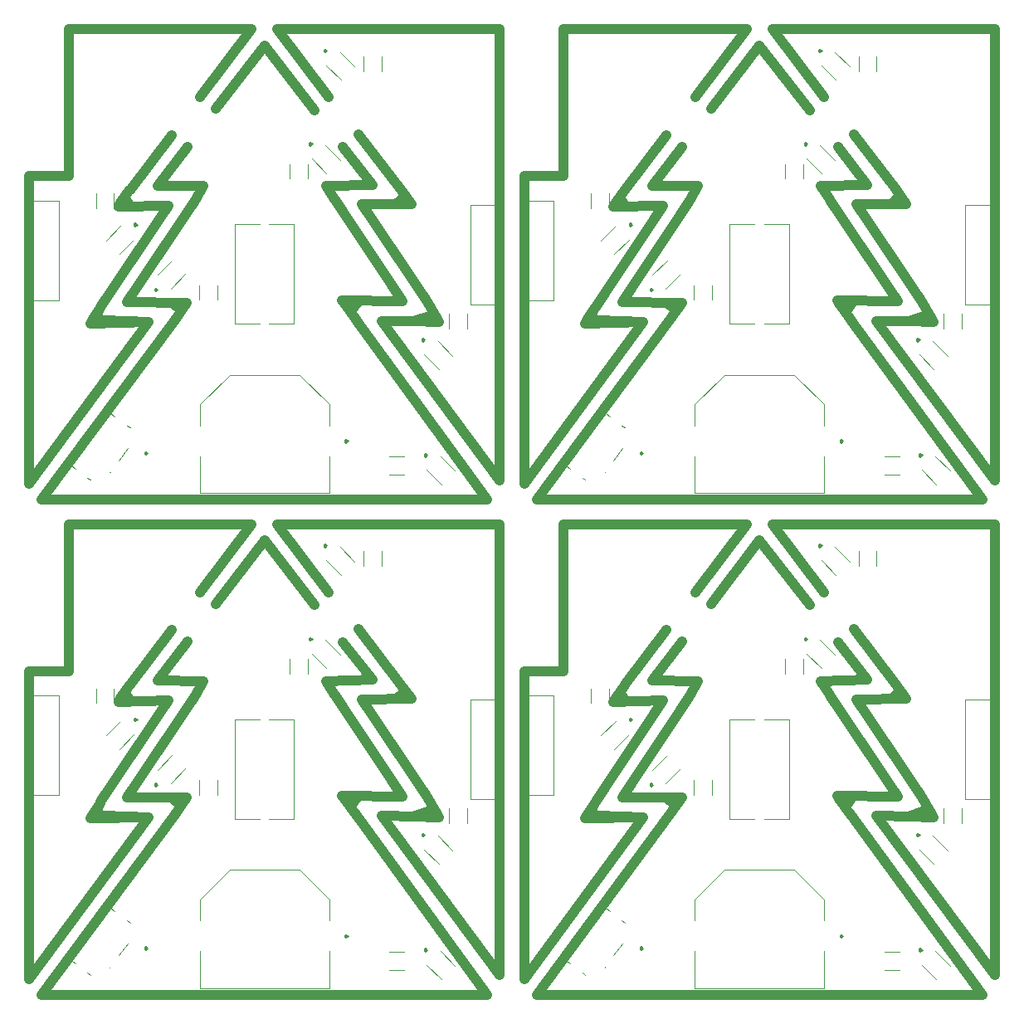
<source format=gto>
G04*
G04 #@! TF.GenerationSoftware,Altium Limited,Altium Designer,23.1.1 (15)*
G04*
G04 Layer_Color=65535*
%FSLAX25Y25*%
%MOIN*%
G70*
G04*
G04 #@! TF.SameCoordinates,F91F9CD3-C7A0-4A43-B12F-26B318A194AE*
G04*
G04*
G04 #@! TF.FilePolarity,Positive*
G04*
G01*
G75*
%ADD19C,0.00000*%
%ADD25C,0.00984*%
%ADD26C,0.03937*%
D19*
X168484Y138358D02*
X180433Y150118D01*
X208543D02*
X220492Y138358D01*
Y129823D02*
Y138358D01*
X180433Y150118D02*
X208543D01*
X168484Y102598D02*
X220492D01*
Y117421D01*
X168484Y129823D02*
Y138358D01*
Y102598D02*
Y117421D01*
X135907Y115747D02*
X139580Y120621D01*
X132353Y111031D02*
X132472Y111188D01*
X115138Y115007D02*
X118471Y112495D01*
X123344Y108823D02*
X124539Y107922D01*
X115138Y115007D02*
X131012Y136073D01*
X134345Y133562D01*
X139219Y129889D02*
X140414Y128989D01*
X241535Y272244D02*
Y278150D01*
X234252Y272244D02*
Y278150D01*
X268504Y168898D02*
Y174803D01*
X275787Y168898D02*
Y174803D01*
X218915Y242419D02*
X224762Y236573D01*
X156878Y184914D02*
X162724Y190760D01*
X151449Y190342D02*
X157295Y196189D01*
X259717Y112020D02*
X265563Y106174D01*
X265145Y117448D02*
X270992Y111602D01*
X196394Y170709D02*
X206394D01*
Y210709D01*
X196394D02*
X206394D01*
X182583Y170709D02*
X192583D01*
X182583D02*
Y210709D01*
X192583D01*
X212008Y228937D02*
Y234842D01*
X204724Y228937D02*
Y234842D01*
X175532Y180345D02*
Y186250D01*
X168248Y180345D02*
Y186250D01*
X244685Y110039D02*
X250591D01*
X244685Y117323D02*
X250591D01*
X130780Y204122D02*
X136626Y209968D01*
X136208Y198693D02*
X142055Y204539D01*
X258703Y158309D02*
X264549Y152463D01*
X264132Y163738D02*
X269978Y157892D01*
X101906Y220236D02*
X111906D01*
Y180236D02*
Y220236D01*
X101906Y180236D02*
X111906D01*
X277071Y218583D02*
X287071D01*
X277071Y178583D02*
Y218583D01*
Y178583D02*
X287071D01*
X126772Y217126D02*
Y223031D01*
X134055Y217126D02*
Y223031D01*
X115748Y229921D02*
Y288976D01*
X100000Y229921D02*
X115748D01*
X219333Y274451D02*
X225179Y268605D01*
X224762Y279880D02*
X230608Y274033D01*
X213487Y236990D02*
X219333Y231144D01*
X367303Y138358D02*
X379252Y150118D01*
X407362D02*
X419311Y138358D01*
Y129823D02*
Y138358D01*
X379252Y150118D02*
X407362D01*
X367303Y102598D02*
X419311D01*
Y117421D01*
X367303Y129823D02*
Y138358D01*
Y102598D02*
Y117421D01*
X334726Y115747D02*
X338399Y120621D01*
X331172Y111031D02*
X331291Y111188D01*
X313957Y115007D02*
X317290Y112495D01*
X322163Y108823D02*
X323358Y107922D01*
X313957Y115007D02*
X329831Y136073D01*
X333164Y133562D01*
X338038Y129889D02*
X339233Y128989D01*
X440354Y272244D02*
Y278150D01*
X433071Y272244D02*
Y278150D01*
X467323Y168898D02*
Y174803D01*
X474606Y168898D02*
Y174803D01*
X417734Y242419D02*
X423580Y236573D01*
X355697Y184914D02*
X361543Y190760D01*
X350268Y190342D02*
X356114Y196189D01*
X458536Y112020D02*
X464382Y106174D01*
X463964Y117448D02*
X469811Y111602D01*
X395213Y170709D02*
X405213D01*
Y210709D01*
X395213D02*
X405213D01*
X381402Y170709D02*
X391402D01*
X381402D02*
Y210709D01*
X391402D01*
X410827Y228937D02*
Y234842D01*
X403543Y228937D02*
Y234842D01*
X374351Y180345D02*
Y186250D01*
X367067Y180345D02*
Y186250D01*
X443504Y110039D02*
X449409D01*
X443504Y117323D02*
X449409D01*
X329599Y204122D02*
X335445Y209968D01*
X335027Y198693D02*
X340874Y204539D01*
X457522Y158309D02*
X463368Y152463D01*
X462951Y163738D02*
X468797Y157892D01*
X300724Y220236D02*
X310724D01*
Y180236D02*
Y220236D01*
X300724Y180236D02*
X310724D01*
X475890Y218583D02*
X485890D01*
X475890Y178583D02*
Y218583D01*
Y178583D02*
X485890D01*
X325590Y217126D02*
Y223031D01*
X332874Y217126D02*
Y223031D01*
X314567Y229921D02*
Y288976D01*
X298819Y229921D02*
X314567D01*
X418152Y274451D02*
X423998Y268605D01*
X423580Y279880D02*
X429427Y274033D01*
X412306Y236990D02*
X418152Y231144D01*
X168484Y337177D02*
X180433Y348937D01*
X208543D02*
X220492Y337177D01*
Y328642D02*
Y337177D01*
X180433Y348937D02*
X208543D01*
X168484Y301417D02*
X220492D01*
Y316240D01*
X168484Y328642D02*
Y337177D01*
Y301417D02*
Y316240D01*
X135907Y314566D02*
X139580Y319439D01*
X132353Y309850D02*
X132472Y310007D01*
X115138Y313826D02*
X118471Y311314D01*
X123344Y307642D02*
X124539Y306741D01*
X115138Y313826D02*
X131012Y334892D01*
X134345Y332381D01*
X139219Y328708D02*
X140414Y327808D01*
X241535Y471063D02*
Y476968D01*
X234252Y471063D02*
Y476968D01*
X268504Y367717D02*
Y373622D01*
X275787Y367717D02*
Y373622D01*
X218915Y441238D02*
X224762Y435391D01*
X156878Y383733D02*
X162724Y389579D01*
X151449Y389161D02*
X157295Y395007D01*
X259717Y310839D02*
X265563Y304993D01*
X265145Y316267D02*
X270992Y310421D01*
X196394Y369528D02*
X206394D01*
Y409528D01*
X196394D02*
X206394D01*
X182583Y369528D02*
X192583D01*
X182583D02*
Y409528D01*
X192583D01*
X212008Y427756D02*
Y433661D01*
X204724Y427756D02*
Y433661D01*
X175532Y379164D02*
Y385069D01*
X168248Y379164D02*
Y385069D01*
X244685Y308858D02*
X250591D01*
X244685Y316142D02*
X250591D01*
X130780Y402941D02*
X136626Y408787D01*
X136208Y397512D02*
X142055Y403358D01*
X258703Y357128D02*
X264549Y351282D01*
X264132Y362557D02*
X269978Y356711D01*
X101906Y419055D02*
X111906D01*
Y379055D02*
Y419055D01*
X101906Y379055D02*
X111906D01*
X277071Y417402D02*
X287071D01*
X277071Y377402D02*
Y417402D01*
Y377402D02*
X287071D01*
X126772Y415945D02*
Y421850D01*
X134055Y415945D02*
Y421850D01*
X115748Y428740D02*
Y487795D01*
X100000Y428740D02*
X115748D01*
X219333Y473270D02*
X225179Y467424D01*
X224762Y478698D02*
X230608Y472852D01*
X213487Y435809D02*
X219333Y429963D01*
X367303Y337177D02*
X379252Y348937D01*
X407362D02*
X419311Y337177D01*
Y328642D02*
Y337177D01*
X379252Y348937D02*
X407362D01*
X367303Y301417D02*
X419311D01*
Y316240D01*
X367303Y328642D02*
Y337177D01*
Y301417D02*
Y316240D01*
X334726Y314566D02*
X338399Y319439D01*
X331172Y309850D02*
X331291Y310007D01*
X313957Y313826D02*
X317290Y311314D01*
X322163Y307642D02*
X323358Y306741D01*
X313957Y313826D02*
X329831Y334892D01*
X333164Y332381D01*
X338038Y328708D02*
X339233Y327808D01*
X440354Y471063D02*
Y476968D01*
X433071Y471063D02*
Y476968D01*
X467323Y367717D02*
Y373622D01*
X474606Y367717D02*
Y373622D01*
X417734Y441238D02*
X423580Y435391D01*
X355697Y383733D02*
X361543Y389579D01*
X350268Y389161D02*
X356114Y395007D01*
X458536Y310839D02*
X464382Y304993D01*
X463964Y316267D02*
X469811Y310421D01*
X395213Y369528D02*
X405213D01*
Y409528D01*
X395213D02*
X405213D01*
X381402Y369528D02*
X391402D01*
X381402D02*
Y409528D01*
X391402D01*
X410827Y427756D02*
Y433661D01*
X403543Y427756D02*
Y433661D01*
X374351Y379164D02*
Y385069D01*
X367067Y379164D02*
Y385069D01*
X443504Y308858D02*
X449409D01*
X443504Y316142D02*
X449409D01*
X329599Y402941D02*
X335445Y408787D01*
X335027Y397512D02*
X340874Y403358D01*
X457522Y357128D02*
X463368Y351282D01*
X462951Y362557D02*
X468797Y356711D01*
X300724Y419055D02*
X310724D01*
Y379055D02*
Y419055D01*
X300724Y379055D02*
X310724D01*
X475890Y417402D02*
X485890D01*
X475890Y377402D02*
Y417402D01*
Y377402D02*
X485890D01*
X325590Y415945D02*
Y421850D01*
X332874Y415945D02*
Y421850D01*
X314567Y428740D02*
Y487795D01*
X298819Y428740D02*
X314567D01*
X418152Y473270D02*
X423998Y467424D01*
X423580Y478698D02*
X429427Y472852D01*
X412306Y435809D02*
X418152Y429963D01*
D25*
X227776Y123622D02*
X227037Y124048D01*
Y123196D01*
X227776Y123622D01*
X147371Y118694D02*
X146633Y119121D01*
Y118268D01*
X147371Y118694D01*
X219268Y280436D02*
X218530Y280863D01*
Y280010D01*
X219268Y280436D01*
X213422Y242975D02*
X212684Y243402D01*
Y242549D01*
X213422Y242975D01*
X151385Y184357D02*
X150646Y184783D01*
Y183931D01*
X151385Y184357D01*
X259652Y118005D02*
X258914Y118431D01*
Y117579D01*
X259652Y118005D01*
X143104Y210525D02*
X142365Y210951D01*
Y210099D01*
X143104Y210525D01*
X258638Y164295D02*
X257900Y164721D01*
Y163868D01*
X258638Y164295D01*
X426594Y123622D02*
X425856Y124048D01*
Y123196D01*
X426594Y123622D01*
X346190Y118694D02*
X345451Y119121D01*
Y118268D01*
X346190Y118694D01*
X418087Y280436D02*
X417349Y280863D01*
Y280010D01*
X418087Y280436D01*
X412241Y242975D02*
X411503Y243402D01*
Y242549D01*
X412241Y242975D01*
X350203Y184357D02*
X349465Y184783D01*
Y183931D01*
X350203Y184357D01*
X458471Y118005D02*
X457733Y118431D01*
Y117579D01*
X458471Y118005D01*
X341922Y210525D02*
X341184Y210951D01*
Y210099D01*
X341922Y210525D01*
X457457Y164295D02*
X456719Y164721D01*
Y163868D01*
X457457Y164295D01*
X227776Y322441D02*
X227037Y322867D01*
Y322015D01*
X227776Y322441D01*
X147371Y317513D02*
X146633Y317940D01*
Y317087D01*
X147371Y317513D01*
X219268Y479255D02*
X218530Y479681D01*
Y478829D01*
X219268Y479255D01*
X213422Y441794D02*
X212684Y442221D01*
Y441368D01*
X213422Y441794D01*
X151385Y383176D02*
X150646Y383602D01*
Y382750D01*
X151385Y383176D01*
X259652Y316824D02*
X258914Y317250D01*
Y316398D01*
X259652Y316824D01*
X143104Y409344D02*
X142365Y409770D01*
Y408918D01*
X143104Y409344D01*
X258638Y363114D02*
X257900Y363540D01*
Y362687D01*
X258638Y363114D01*
X426594Y322441D02*
X425856Y322867D01*
Y322015D01*
X426594Y322441D01*
X346190Y317513D02*
X345451Y317940D01*
Y317087D01*
X346190Y317513D01*
X418087Y479255D02*
X417349Y479681D01*
Y478829D01*
X418087Y479255D01*
X412241Y441794D02*
X411503Y442221D01*
Y441368D01*
X412241Y441794D01*
X350203Y383176D02*
X349465Y383602D01*
Y382750D01*
X350203Y383176D01*
X458471Y316824D02*
X457733Y317250D01*
Y316398D01*
X458471Y316824D01*
X341922Y409344D02*
X341184Y409770D01*
Y408918D01*
X341922Y409344D01*
X457457Y363114D02*
X456719Y363540D01*
Y362687D01*
X457457Y363114D01*
D26*
X140423Y224547D02*
X157116Y246500D01*
X168650Y261617D02*
X189370Y288976D01*
X127559Y173622D02*
X128740Y171653D01*
X129987Y171938D01*
X147867Y171378D01*
X124409Y170866D02*
X147867Y171378D01*
X124409Y170866D02*
X125197Y172047D01*
X128438Y177056D01*
X138976Y220472D02*
X140551Y218110D01*
X135827Y217717D02*
X155884Y218225D01*
X135827Y217717D02*
X136614Y219291D01*
X140256Y224328D01*
X254331Y171653D02*
X260831Y173852D01*
X254331Y171653D02*
X264567Y171260D01*
X264173Y172047D02*
X264567Y171260D01*
X259449Y179921D02*
X264173Y172047D01*
X247421Y218920D02*
X248726Y219907D01*
X249096Y220315D02*
X251245Y221919D01*
X248947Y224941D02*
X253543Y218898D01*
X233486Y218619D02*
X253543Y218898D01*
X199606Y288976D02*
X220326Y261617D01*
X232254Y246894D02*
X248947Y224941D01*
X233486Y218619D02*
X259449Y179921D01*
X241503Y171771D02*
X255512Y171653D01*
X241503Y171771D02*
X288976Y107874D01*
Y288976D01*
X199606D02*
X288976D01*
X115748D02*
X189370D01*
X115748Y229921D02*
Y288976D01*
X100000Y229921D02*
X115748D01*
X100000Y106299D02*
Y229921D01*
Y106299D02*
X147867Y171378D01*
X128734Y177501D02*
X155884Y218225D01*
X158172Y178375D02*
X160630Y176378D01*
X229922Y176859D02*
X231843Y179200D01*
X104921Y100000D02*
X284055D01*
X225590Y179921D02*
X249999Y179648D01*
X225590Y179921D02*
X226772Y178347D01*
X231496Y172047D01*
X161811Y179134D02*
X162598D01*
X163386D01*
X158071Y171850D02*
X163386Y179134D01*
X139371Y179255D02*
X162598Y179134D01*
X166520Y219979D02*
X169882Y225984D01*
X151500Y226102D02*
X169882Y225984D01*
X219094D02*
X222689Y220614D01*
X219094Y225984D02*
X237870Y226496D01*
X104921Y100000D02*
X158071Y171850D01*
X139371Y179255D02*
X166520Y219979D01*
X222850Y220372D02*
X249999Y179648D01*
X230906Y172835D02*
X284055Y100000D01*
X225984Y241732D02*
X237870Y226496D01*
X151500Y226102D02*
X163483Y241860D01*
X174963Y256960D02*
X194500Y282508D01*
X214604Y256529D01*
X339242Y224547D02*
X355935Y246500D01*
X367469Y261617D02*
X388189Y288976D01*
X326378Y173622D02*
X327559Y171653D01*
X328806Y171938D01*
X346686Y171378D01*
X323228Y170866D02*
X346686Y171378D01*
X323228Y170866D02*
X324016Y172047D01*
X327257Y177056D01*
X337795Y220472D02*
X339370Y218110D01*
X334646Y217717D02*
X354703Y218225D01*
X334646Y217717D02*
X335433Y219291D01*
X339075Y224328D01*
X453150Y171653D02*
X459650Y173852D01*
X453150Y171653D02*
X463386Y171260D01*
X462992Y172047D02*
X463386Y171260D01*
X458268Y179921D02*
X462992Y172047D01*
X446240Y218920D02*
X447545Y219907D01*
X447915Y220315D02*
X450064Y221919D01*
X447766Y224941D02*
X452362Y218898D01*
X432305Y218619D02*
X452362Y218898D01*
X398425Y288976D02*
X419145Y261617D01*
X431073Y246894D02*
X447766Y224941D01*
X432305Y218619D02*
X458268Y179921D01*
X440322Y171771D02*
X454331Y171653D01*
X440322Y171771D02*
X487795Y107874D01*
Y288976D01*
X398425D02*
X487795D01*
X314567D02*
X388189D01*
X314567Y229921D02*
Y288976D01*
X298819Y229921D02*
X314567D01*
X298819Y106299D02*
Y229921D01*
Y106299D02*
X346686Y171378D01*
X327553Y177501D02*
X354703Y218225D01*
X356991Y178375D02*
X359449Y176378D01*
X428741Y176859D02*
X430662Y179200D01*
X303740Y100000D02*
X482874D01*
X424409Y179921D02*
X448818Y179648D01*
X424409Y179921D02*
X425591Y178347D01*
X430315Y172047D01*
X360630Y179134D02*
X361417D01*
X362205D01*
X356890Y171850D02*
X362205Y179134D01*
X338189Y179255D02*
X361417Y179134D01*
X365339Y219979D02*
X368701Y225984D01*
X350319Y226102D02*
X368701Y225984D01*
X417913D02*
X421508Y220614D01*
X417913Y225984D02*
X436689Y226496D01*
X303740Y100000D02*
X356890Y171850D01*
X338189Y179255D02*
X365339Y219979D01*
X421669Y220372D02*
X448818Y179648D01*
X429724Y172835D02*
X482874Y100000D01*
X424803Y241732D02*
X436689Y226496D01*
X350319Y226102D02*
X362302Y241860D01*
X373782Y256960D02*
X393319Y282508D01*
X413423Y256529D01*
X140423Y423366D02*
X157116Y445319D01*
X168650Y460436D02*
X189370Y487795D01*
X127559Y372441D02*
X128740Y370472D01*
X129987Y370756D01*
X147867Y370197D01*
X124409Y369685D02*
X147867Y370197D01*
X124409Y369685D02*
X125197Y370866D01*
X128438Y375875D01*
X138976Y419291D02*
X140551Y416929D01*
X135827Y416535D02*
X155884Y417044D01*
X135827Y416535D02*
X136614Y418110D01*
X140256Y423147D01*
X254331Y370472D02*
X260831Y372670D01*
X254331Y370472D02*
X264567Y370079D01*
X264173Y370866D02*
X264567Y370079D01*
X259449Y378740D02*
X264173Y370866D01*
X247421Y417739D02*
X248726Y418726D01*
X249096Y419133D02*
X251245Y420738D01*
X248947Y423760D02*
X253543Y417717D01*
X233486Y417438D02*
X253543Y417717D01*
X199606Y487795D02*
X220326Y460436D01*
X232254Y445713D02*
X248947Y423760D01*
X233486Y417438D02*
X259449Y378740D01*
X241503Y370590D02*
X255512Y370472D01*
X241503Y370590D02*
X288976Y306693D01*
Y487795D01*
X199606D02*
X288976D01*
X115748D02*
X189370D01*
X115748Y428740D02*
Y487795D01*
X100000Y428740D02*
X115748D01*
X100000Y305118D02*
Y428740D01*
Y305118D02*
X147867Y370197D01*
X128734Y376320D02*
X155884Y417044D01*
X158172Y377194D02*
X160630Y375197D01*
X229922Y375678D02*
X231843Y378019D01*
X104921Y298819D02*
X284055D01*
X225590Y378740D02*
X249999Y378467D01*
X225590Y378740D02*
X226772Y377165D01*
X231496Y370866D01*
X161811Y377953D02*
X162598D01*
X163386D01*
X158071Y370669D02*
X163386Y377953D01*
X139371Y378074D02*
X162598Y377953D01*
X166520Y418798D02*
X169882Y424803D01*
X151500Y424921D02*
X169882Y424803D01*
X219094D02*
X222689Y419433D01*
X219094Y424803D02*
X237870Y425315D01*
X104921Y298819D02*
X158071Y370669D01*
X139371Y378074D02*
X166520Y418798D01*
X222850Y419191D02*
X249999Y378467D01*
X230906Y371654D02*
X284055Y298819D01*
X225984Y440551D02*
X237870Y425315D01*
X151500Y424921D02*
X163483Y440679D01*
X174963Y455779D02*
X194500Y481327D01*
X214604Y455348D01*
X339242Y423366D02*
X355935Y445319D01*
X367469Y460436D02*
X388189Y487795D01*
X326378Y372441D02*
X327559Y370472D01*
X328806Y370756D01*
X346686Y370197D01*
X323228Y369685D02*
X346686Y370197D01*
X323228Y369685D02*
X324016Y370866D01*
X327257Y375875D01*
X337795Y419291D02*
X339370Y416929D01*
X334646Y416535D02*
X354703Y417044D01*
X334646Y416535D02*
X335433Y418110D01*
X339075Y423147D01*
X453150Y370472D02*
X459650Y372670D01*
X453150Y370472D02*
X463386Y370079D01*
X462992Y370866D02*
X463386Y370079D01*
X458268Y378740D02*
X462992Y370866D01*
X446240Y417739D02*
X447545Y418726D01*
X447915Y419133D02*
X450064Y420738D01*
X447766Y423760D02*
X452362Y417717D01*
X432305Y417438D02*
X452362Y417717D01*
X398425Y487795D02*
X419145Y460436D01*
X431073Y445713D02*
X447766Y423760D01*
X432305Y417438D02*
X458268Y378740D01*
X440322Y370590D02*
X454331Y370472D01*
X440322Y370590D02*
X487795Y306693D01*
Y487795D01*
X398425D02*
X487795D01*
X314567D02*
X388189D01*
X314567Y428740D02*
Y487795D01*
X298819Y428740D02*
X314567D01*
X298819Y305118D02*
Y428740D01*
Y305118D02*
X346686Y370197D01*
X327553Y376320D02*
X354703Y417044D01*
X356991Y377194D02*
X359449Y375197D01*
X428741Y375678D02*
X430662Y378019D01*
X303740Y298819D02*
X482874D01*
X424409Y378740D02*
X448818Y378467D01*
X424409Y378740D02*
X425591Y377165D01*
X430315Y370866D01*
X360630Y377953D02*
X361417D01*
X362205D01*
X356890Y370669D02*
X362205Y377953D01*
X338189Y378074D02*
X361417Y377953D01*
X365339Y418798D02*
X368701Y424803D01*
X350319Y424921D02*
X368701Y424803D01*
X417913D02*
X421508Y419433D01*
X417913Y424803D02*
X436689Y425315D01*
X303740Y298819D02*
X356890Y370669D01*
X338189Y378074D02*
X365339Y418798D01*
X421669Y419191D02*
X448818Y378467D01*
X429724Y371654D02*
X482874Y298819D01*
X424803Y440551D02*
X436689Y425315D01*
X350319Y424921D02*
X362302Y440679D01*
X373782Y455779D02*
X393319Y481327D01*
X413423Y455348D01*
M02*

</source>
